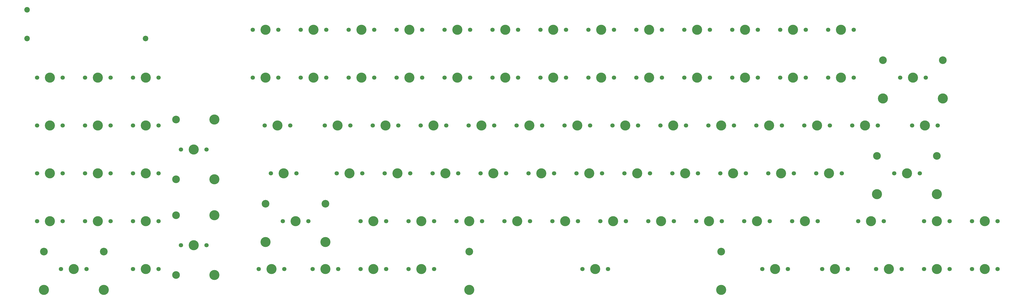
<source format=gbr>
%TF.GenerationSoftware,KiCad,Pcbnew,8.0.8*%
%TF.CreationDate,2025-04-09T15:44:08-07:00*%
%TF.ProjectId,hackboard,6861636b-626f-4617-9264-2e6b69636164,rev?*%
%TF.SameCoordinates,Original*%
%TF.FileFunction,NonPlated,1,2,NPTH,Drill*%
%TF.FilePolarity,Positive*%
%FSLAX46Y46*%
G04 Gerber Fmt 4.6, Leading zero omitted, Abs format (unit mm)*
G04 Created by KiCad (PCBNEW 8.0.8) date 2025-04-09 15:44:08*
%MOMM*%
%LPD*%
G01*
G04 APERTURE LIST*
%TA.AperFunction,ComponentDrill*%
%ADD10C,1.700000*%
%TD*%
%TA.AperFunction,ComponentDrill*%
%ADD11C,2.200000*%
%TD*%
%TA.AperFunction,ComponentDrill*%
%ADD12C,3.050000*%
%TD*%
%TA.AperFunction,ComponentDrill*%
%ADD13C,4.000000*%
%TD*%
G04 APERTURE END LIST*
D10*
%TO.C,SW2*%
X80724375Y-108743750D03*
%TO.C,SW33*%
X80724375Y-127793750D03*
%TO.C,SW65*%
X80724375Y-146843750D03*
%TO.C,SW66*%
X80724375Y-165893750D03*
%TO.C,SW81*%
X90249375Y-184943750D03*
%TO.C,SW2*%
X90884375Y-108743750D03*
%TO.C,SW33*%
X90884375Y-127793750D03*
%TO.C,SW65*%
X90884375Y-146843750D03*
%TO.C,SW66*%
X90884375Y-165893750D03*
%TO.C,SW3*%
X99774375Y-108743750D03*
%TO.C,SW34*%
X99774375Y-127793750D03*
%TO.C,SW49*%
X99774375Y-146843750D03*
%TO.C,SW67*%
X99774375Y-165893750D03*
%TO.C,SW81*%
X100409375Y-184943750D03*
%TO.C,SW3*%
X109934375Y-108743750D03*
%TO.C,SW34*%
X109934375Y-127793750D03*
%TO.C,SW49*%
X109934375Y-146843750D03*
%TO.C,SW67*%
X109934375Y-165893750D03*
%TO.C,SW17*%
X118824375Y-108743750D03*
%TO.C,SW18*%
X118824375Y-127793750D03*
%TO.C,SW50*%
X118824375Y-146843750D03*
%TO.C,SW82*%
X118824375Y-165893750D03*
%TO.C,SW83*%
X118824375Y-184943750D03*
%TO.C,SW17*%
X128984375Y-108743750D03*
%TO.C,SW18*%
X128984375Y-127793750D03*
%TO.C,SW50*%
X128984375Y-146843750D03*
%TO.C,SW82*%
X128984375Y-165893750D03*
%TO.C,SW83*%
X128984375Y-184943750D03*
%TO.C,SW51*%
X137874375Y-137318750D03*
%TO.C,SW84*%
X137874375Y-175418750D03*
%TO.C,SW51*%
X148034375Y-137318750D03*
%TO.C,SW84*%
X148034375Y-175418750D03*
%TO.C,SW4*%
X166449375Y-89693750D03*
%TO.C,SW19*%
X166449375Y-108743750D03*
%TO.C,SW85*%
X168830625Y-184943750D03*
%TO.C,SW35*%
X171211875Y-127793750D03*
%TO.C,SW52*%
X173593125Y-146843750D03*
%TO.C,SW4*%
X176609375Y-89693750D03*
%TO.C,SW19*%
X176609375Y-108743750D03*
%TO.C,SW68*%
X178355625Y-165893750D03*
%TO.C,SW85*%
X178990625Y-184943750D03*
%TO.C,SW35*%
X181371875Y-127793750D03*
%TO.C,SW52*%
X183753125Y-146843750D03*
%TO.C,SW5*%
X185499375Y-89693750D03*
%TO.C,SW20*%
X185499375Y-108743750D03*
%TO.C,SW68*%
X188515625Y-165893750D03*
%TO.C,SW86*%
X190261875Y-184943750D03*
%TO.C,SW36*%
X195024375Y-127793750D03*
%TO.C,SW5*%
X195659375Y-89693750D03*
%TO.C,SW20*%
X195659375Y-108743750D03*
%TO.C,SW53*%
X199786875Y-146843750D03*
%TO.C,SW86*%
X200421875Y-184943750D03*
%TO.C,SW6*%
X204549375Y-89693750D03*
%TO.C,SW21*%
X204549375Y-108743750D03*
%TO.C,SW36*%
X205184375Y-127793750D03*
%TO.C,SW69*%
X209311875Y-165893750D03*
%TO.C,SW87*%
X209311875Y-184943750D03*
%TO.C,SW53*%
X209946875Y-146843750D03*
%TO.C,SW37*%
X214074375Y-127793750D03*
%TO.C,SW6*%
X214709375Y-89693750D03*
%TO.C,SW21*%
X214709375Y-108743750D03*
%TO.C,SW54*%
X218836875Y-146843750D03*
%TO.C,SW69*%
X219471875Y-165893750D03*
%TO.C,SW87*%
X219471875Y-184943750D03*
%TO.C,SW7*%
X223599375Y-89693750D03*
%TO.C,SW22*%
X223599375Y-108743750D03*
%TO.C,SW37*%
X224234375Y-127793750D03*
%TO.C,SW70*%
X228361875Y-165893750D03*
%TO.C,SW88*%
X228361875Y-184943750D03*
%TO.C,SW54*%
X228996875Y-146843750D03*
%TO.C,SW38*%
X233124375Y-127793750D03*
%TO.C,SW7*%
X233759375Y-89693750D03*
%TO.C,SW22*%
X233759375Y-108743750D03*
%TO.C,SW55*%
X237886875Y-146843750D03*
%TO.C,SW70*%
X238521875Y-165893750D03*
%TO.C,SW88*%
X238521875Y-184943750D03*
%TO.C,SW8*%
X242649375Y-89693750D03*
%TO.C,SW23*%
X242649375Y-108743750D03*
%TO.C,SW38*%
X243284375Y-127793750D03*
%TO.C,SW71*%
X247411875Y-165893750D03*
%TO.C,SW55*%
X248046875Y-146843750D03*
%TO.C,SW39*%
X252174375Y-127793750D03*
%TO.C,SW8*%
X252809375Y-89693750D03*
%TO.C,SW23*%
X252809375Y-108743750D03*
%TO.C,SW56*%
X256936875Y-146843750D03*
%TO.C,SW71*%
X257571875Y-165893750D03*
%TO.C,SW9*%
X261699375Y-89693750D03*
%TO.C,SW24*%
X261699375Y-108743750D03*
%TO.C,SW39*%
X262334375Y-127793750D03*
%TO.C,SW72*%
X266461875Y-165893750D03*
%TO.C,SW56*%
X267096875Y-146843750D03*
%TO.C,SW40*%
X271224375Y-127793750D03*
%TO.C,SW9*%
X271859375Y-89693750D03*
%TO.C,SW24*%
X271859375Y-108743750D03*
%TO.C,SW57*%
X275986875Y-146843750D03*
%TO.C,SW72*%
X276621875Y-165893750D03*
%TO.C,SW10*%
X280749375Y-89693750D03*
%TO.C,SW25*%
X280749375Y-108743750D03*
%TO.C,SW40*%
X281384375Y-127793750D03*
%TO.C,SW73*%
X285511875Y-165893750D03*
%TO.C,SW57*%
X286146875Y-146843750D03*
%TO.C,SW41*%
X290274375Y-127793750D03*
%TO.C,SW10*%
X290909375Y-89693750D03*
%TO.C,SW25*%
X290909375Y-108743750D03*
%TO.C,SW58*%
X295036875Y-146843750D03*
%TO.C,SW73*%
X295671875Y-165893750D03*
%TO.C,SW89*%
X297418125Y-184943750D03*
%TO.C,SW11*%
X299799375Y-89693750D03*
%TO.C,SW26*%
X299799375Y-108743750D03*
%TO.C,SW41*%
X300434375Y-127793750D03*
%TO.C,SW74*%
X304561875Y-165893750D03*
%TO.C,SW58*%
X305196875Y-146843750D03*
%TO.C,SW89*%
X307578125Y-184943750D03*
%TO.C,SW42*%
X309324375Y-127793750D03*
%TO.C,SW11*%
X309959375Y-89693750D03*
%TO.C,SW26*%
X309959375Y-108743750D03*
%TO.C,SW59*%
X314086875Y-146843750D03*
%TO.C,SW74*%
X314721875Y-165893750D03*
%TO.C,SW12*%
X318849375Y-89693750D03*
%TO.C,SW27*%
X318849375Y-108743750D03*
%TO.C,SW42*%
X319484375Y-127793750D03*
%TO.C,SW75*%
X323611875Y-165893750D03*
%TO.C,SW59*%
X324246875Y-146843750D03*
%TO.C,SW43*%
X328374375Y-127793750D03*
%TO.C,SW12*%
X329009375Y-89693750D03*
%TO.C,SW27*%
X329009375Y-108743750D03*
%TO.C,SW60*%
X333136875Y-146843750D03*
%TO.C,SW75*%
X333771875Y-165893750D03*
%TO.C,SW13*%
X337899375Y-89693750D03*
%TO.C,SW28*%
X337899375Y-108743750D03*
%TO.C,SW43*%
X338534375Y-127793750D03*
%TO.C,SW76*%
X342661875Y-165893750D03*
%TO.C,SW60*%
X343296875Y-146843750D03*
%TO.C,SW44*%
X347424375Y-127793750D03*
%TO.C,SW13*%
X348059375Y-89693750D03*
%TO.C,SW28*%
X348059375Y-108743750D03*
%TO.C,SW61*%
X352186875Y-146843750D03*
%TO.C,SW76*%
X352821875Y-165893750D03*
%TO.C,SW14*%
X356949375Y-89693750D03*
%TO.C,SW29*%
X356949375Y-108743750D03*
%TO.C,SW44*%
X357584375Y-127793750D03*
%TO.C,SW77*%
X361711875Y-165893750D03*
%TO.C,SW61*%
X362346875Y-146843750D03*
%TO.C,SW45*%
X366474375Y-127793750D03*
%TO.C,SW14*%
X367109375Y-89693750D03*
%TO.C,SW29*%
X367109375Y-108743750D03*
%TO.C,SW90*%
X368855625Y-184943750D03*
%TO.C,SW62*%
X371236875Y-146843750D03*
%TO.C,SW77*%
X371871875Y-165893750D03*
%TO.C,SW15*%
X375999375Y-89693750D03*
%TO.C,SW30*%
X375999375Y-108743750D03*
%TO.C,SW45*%
X376634375Y-127793750D03*
%TO.C,SW90*%
X379015625Y-184943750D03*
%TO.C,SW78*%
X380761875Y-165893750D03*
%TO.C,SW62*%
X381396875Y-146843750D03*
%TO.C,SW46*%
X385524375Y-127793750D03*
%TO.C,SW15*%
X386159375Y-89693750D03*
%TO.C,SW30*%
X386159375Y-108743750D03*
%TO.C,SW63*%
X390286875Y-146843750D03*
%TO.C,SW78*%
X390921875Y-165893750D03*
%TO.C,SW91*%
X392668125Y-184943750D03*
%TO.C,SW16*%
X395049370Y-89693750D03*
%TO.C,SW31*%
X395049375Y-108743750D03*
%TO.C,SW46*%
X395684375Y-127793750D03*
%TO.C,SW63*%
X400446875Y-146843750D03*
%TO.C,SW91*%
X402828125Y-184943750D03*
%TO.C,SW47*%
X404574375Y-127793750D03*
%TO.C,SW16*%
X405209370Y-89693750D03*
%TO.C,SW31*%
X405209375Y-108743750D03*
%TO.C,SW79*%
X406955625Y-165893750D03*
%TO.C,SW92*%
X414099375Y-184943750D03*
%TO.C,SW47*%
X414734375Y-127793750D03*
%TO.C,SW79*%
X417115625Y-165893750D03*
%TO.C,SW64*%
X421243125Y-146843750D03*
%TO.C,SW32*%
X423624375Y-108743750D03*
%TO.C,SW92*%
X424259375Y-184943750D03*
%TO.C,SW48*%
X428386875Y-127793750D03*
%TO.C,SW64*%
X431403125Y-146843750D03*
%TO.C,SW80*%
X433149375Y-165893750D03*
%TO.C,SW93*%
X433149375Y-184943750D03*
%TO.C,SW32*%
X433784375Y-108743750D03*
%TO.C,SW48*%
X438546875Y-127793750D03*
%TO.C,SW80*%
X443309375Y-165893750D03*
%TO.C,SW93*%
X443309375Y-184943750D03*
%TO.C,SW95*%
X452199375Y-165893750D03*
%TO.C,SW94*%
X452199375Y-184943750D03*
%TO.C,SW95*%
X462359375Y-165893750D03*
%TO.C,SW94*%
X462359375Y-184943750D03*
D11*
%TO.C,H1*%
X76810000Y-81730000D03*
%TO.C,H2*%
X76810000Y-93130000D03*
%TO.C,H3*%
X123810000Y-93130000D03*
D12*
%TO.C,SW81*%
X83429375Y-177943750D03*
X107229375Y-177943750D03*
%TO.C,SW51*%
X135954375Y-125418750D03*
X135954375Y-149218750D03*
%TO.C,SW84*%
X135954375Y-163518750D03*
X135954375Y-187318750D03*
%TO.C,SW68*%
X171535625Y-158893750D03*
X195335625Y-158893750D03*
%TO.C,SW89*%
X252498125Y-177943750D03*
X352498125Y-177943750D03*
%TO.C,SW64*%
X414423125Y-139843750D03*
%TO.C,SW32*%
X416804375Y-101743750D03*
%TO.C,SW64*%
X438223125Y-139843750D03*
%TO.C,SW32*%
X440604375Y-101743750D03*
D13*
%TO.C,SW81*%
X83429375Y-193183750D03*
%TO.C,SW2*%
X85804375Y-108743750D03*
%TO.C,SW33*%
X85804375Y-127793750D03*
%TO.C,SW65*%
X85804375Y-146843750D03*
%TO.C,SW66*%
X85804375Y-165893750D03*
%TO.C,SW81*%
X95329375Y-184943750D03*
%TO.C,SW3*%
X104854375Y-108743750D03*
%TO.C,SW34*%
X104854375Y-127793750D03*
%TO.C,SW49*%
X104854375Y-146843750D03*
%TO.C,SW67*%
X104854375Y-165893750D03*
%TO.C,SW81*%
X107229375Y-193183750D03*
%TO.C,SW17*%
X123904375Y-108743750D03*
%TO.C,SW18*%
X123904375Y-127793750D03*
%TO.C,SW50*%
X123904375Y-146843750D03*
%TO.C,SW82*%
X123904375Y-165893750D03*
%TO.C,SW83*%
X123904375Y-184943750D03*
%TO.C,SW51*%
X142954375Y-137318750D03*
%TO.C,SW84*%
X142954375Y-175418750D03*
%TO.C,SW51*%
X151194375Y-125418750D03*
X151194375Y-149218750D03*
%TO.C,SW84*%
X151194375Y-163518750D03*
X151194375Y-187318750D03*
%TO.C,SW4*%
X171529375Y-89693750D03*
%TO.C,SW19*%
X171529375Y-108743750D03*
%TO.C,SW68*%
X171535625Y-174133750D03*
%TO.C,SW85*%
X173910625Y-184943750D03*
%TO.C,SW35*%
X176291875Y-127793750D03*
%TO.C,SW52*%
X178673125Y-146843750D03*
%TO.C,SW68*%
X183435625Y-165893750D03*
%TO.C,SW5*%
X190579375Y-89693750D03*
%TO.C,SW20*%
X190579375Y-108743750D03*
%TO.C,SW68*%
X195335625Y-174133750D03*
%TO.C,SW86*%
X195341875Y-184943750D03*
%TO.C,SW36*%
X200104375Y-127793750D03*
%TO.C,SW53*%
X204866875Y-146843750D03*
%TO.C,SW6*%
X209629375Y-89693750D03*
%TO.C,SW21*%
X209629375Y-108743750D03*
%TO.C,SW69*%
X214391875Y-165893750D03*
%TO.C,SW87*%
X214391875Y-184943750D03*
%TO.C,SW37*%
X219154375Y-127793750D03*
%TO.C,SW54*%
X223916875Y-146843750D03*
%TO.C,SW7*%
X228679375Y-89693750D03*
%TO.C,SW22*%
X228679375Y-108743750D03*
%TO.C,SW70*%
X233441875Y-165893750D03*
%TO.C,SW88*%
X233441875Y-184943750D03*
%TO.C,SW38*%
X238204375Y-127793750D03*
%TO.C,SW55*%
X242966875Y-146843750D03*
%TO.C,SW8*%
X247729375Y-89693750D03*
%TO.C,SW23*%
X247729375Y-108743750D03*
%TO.C,SW71*%
X252491875Y-165893750D03*
%TO.C,SW89*%
X252498125Y-193183750D03*
%TO.C,SW39*%
X257254375Y-127793750D03*
%TO.C,SW56*%
X262016875Y-146843750D03*
%TO.C,SW9*%
X266779375Y-89693750D03*
%TO.C,SW24*%
X266779375Y-108743750D03*
%TO.C,SW72*%
X271541875Y-165893750D03*
%TO.C,SW40*%
X276304375Y-127793750D03*
%TO.C,SW57*%
X281066875Y-146843750D03*
%TO.C,SW10*%
X285829375Y-89693750D03*
%TO.C,SW25*%
X285829375Y-108743750D03*
%TO.C,SW73*%
X290591875Y-165893750D03*
%TO.C,SW41*%
X295354375Y-127793750D03*
%TO.C,SW58*%
X300116875Y-146843750D03*
%TO.C,SW89*%
X302498125Y-184943750D03*
%TO.C,SW11*%
X304879375Y-89693750D03*
%TO.C,SW26*%
X304879375Y-108743750D03*
%TO.C,SW74*%
X309641875Y-165893750D03*
%TO.C,SW42*%
X314404375Y-127793750D03*
%TO.C,SW59*%
X319166875Y-146843750D03*
%TO.C,SW12*%
X323929375Y-89693750D03*
%TO.C,SW27*%
X323929375Y-108743750D03*
%TO.C,SW75*%
X328691875Y-165893750D03*
%TO.C,SW43*%
X333454375Y-127793750D03*
%TO.C,SW60*%
X338216875Y-146843750D03*
%TO.C,SW13*%
X342979375Y-89693750D03*
%TO.C,SW28*%
X342979375Y-108743750D03*
%TO.C,SW76*%
X347741875Y-165893750D03*
%TO.C,SW89*%
X352498125Y-193183750D03*
%TO.C,SW44*%
X352504375Y-127793750D03*
%TO.C,SW61*%
X357266875Y-146843750D03*
%TO.C,SW14*%
X362029375Y-89693750D03*
%TO.C,SW29*%
X362029375Y-108743750D03*
%TO.C,SW77*%
X366791875Y-165893750D03*
%TO.C,SW45*%
X371554375Y-127793750D03*
%TO.C,SW90*%
X373935625Y-184943750D03*
%TO.C,SW62*%
X376316875Y-146843750D03*
%TO.C,SW15*%
X381079375Y-89693750D03*
%TO.C,SW30*%
X381079375Y-108743750D03*
%TO.C,SW78*%
X385841875Y-165893750D03*
%TO.C,SW46*%
X390604375Y-127793750D03*
%TO.C,SW63*%
X395366875Y-146843750D03*
%TO.C,SW91*%
X397748125Y-184943750D03*
%TO.C,SW16*%
X400129370Y-89693750D03*
%TO.C,SW31*%
X400129375Y-108743750D03*
%TO.C,SW47*%
X409654375Y-127793750D03*
%TO.C,SW79*%
X412035625Y-165893750D03*
%TO.C,SW64*%
X414423125Y-155083750D03*
%TO.C,SW32*%
X416804375Y-116983750D03*
%TO.C,SW92*%
X419179375Y-184943750D03*
%TO.C,SW64*%
X426323125Y-146843750D03*
%TO.C,SW32*%
X428704375Y-108743750D03*
%TO.C,SW48*%
X433466875Y-127793750D03*
%TO.C,SW64*%
X438223125Y-155083750D03*
%TO.C,SW80*%
X438229375Y-165893750D03*
%TO.C,SW93*%
X438229375Y-184943750D03*
%TO.C,SW32*%
X440604375Y-116983750D03*
%TO.C,SW95*%
X457279375Y-165893750D03*
%TO.C,SW94*%
X457279375Y-184943750D03*
M02*

</source>
